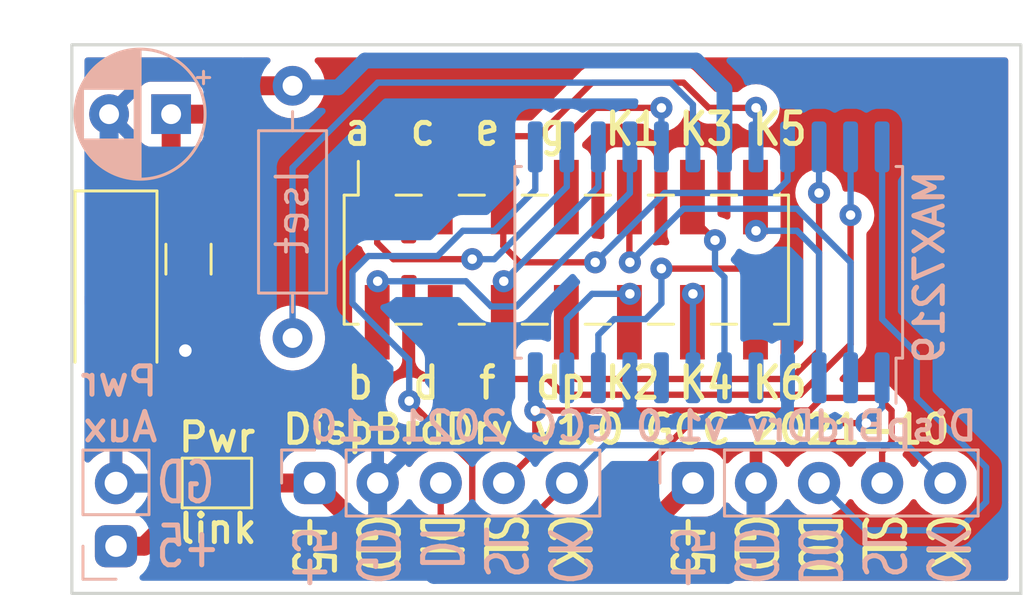
<source format=kicad_pcb>
(kicad_pcb (version 20211014) (generator pcbnew)
  (layers (0 "F.Cu" signal) (31 "B.Cu" signal) (34 "B.Paste" user) (35 "F.Paste" user) (36 "B.SilkS" user "B.Silkscreen") (37 "F.SilkS" user "F.Silkscreen") (38 "B.Mask" user) (39 "F.Mask" user) (44 "Edge.Cuts" user))
  (net 0 "")
  (net 1 "GND")
  (net 2 "/Vin")
  (net 3 "/Din")
  (net 4 "/Clk")
  (net 5 "/K0")
  (net 6 "/A_SegA")
  (net 7 "/K4")
  (net 8 "/A_SegF")
  (net 9 "/A_SegB")
  (net 10 "/K6")
  (net 11 "/A_SegG")
  (net 12 "/K2")
  (net 13 "Net-(IC1-Pad18)")
  (net 14 "/K3")
  (net 15 "/K7")
  (net 16 "/A_SegC")
  (net 17 "/A_SegE")
  (net 18 "/K5")
  (net 19 "/A_SegDP")
  (net 20 "/K1")
  (net 21 "/A_SegD")
  (net 22 "/Sel")
  (net 23 "/DOut")
  (net 24 "/Vcc")
  (footprint "Capacitor_SMD:C_1206_3216Metric_Pad1.42x1.75mm_HandSolder" (layer "F.Cu") (at 96.901 110.236 -90)
    (fp_text reference "C3" hide)
    (fp_text value "0.1 uF" hide)
    (fp_line (start -0.602064 0.91) (end 0.602064 0.91) (layer "F.SilkS") (width 0.12))
    (fp_line (start -0.602064 -0.91) (end 0.602064 -0.91) (layer "F.SilkS") (width 0.12))
    (pad "1" smd roundrect locked (at -1.4875 0 270) (size 1.425 1.75) (layers "F.Cu" "F.Paste" "F.Mask") (roundrect_rratio 0.1754392982) (net 24 "/Vcc"))
    (pad "2" smd roundrect locked (at 1.4875 0 270) (size 1.425 1.75) (layers "F.Cu" "F.Paste" "F.Mask") (roundrect_rratio 0.1754392982) (net 1 "GND"))
  )
  (footprint "Diode_SMD:D_SMA_Handsoldering" (layer "F.Cu") (at 93.98 111.887 -90)
    (fp_text reference "D1" hide)
    (fp_text value "1N5818")
    (fp_line (start -4.4 -1.65) (end -4.4 1.65) (layer "F.SilkS") (width 0.12))
    (fp_line (start -4.4 1.65) (end 2.5 1.65) (layer "F.SilkS") (width 0.12))
    (fp_line (start -4.4 -1.65) (end 2.5 -1.65) (layer "F.SilkS") (width 0.12))
    (pad "1" smd rect locked (at -2.5 0 270) (size 3.5 1.8) (layers "F.Cu" "F.Paste" "F.Mask") (net 24 "/Vcc"))
    (pad "2" smd rect locked (at 2.5 0 270) (size 3.5 1.8) (layers "F.Cu" "F.Paste" "F.Mask") (net 2 "/Vin"))
  )
  (footprint "Jumper:SolderJumper-2_P1.3mm_Bridged_Pad1.0x1.5mm" (layer "F.Cu") (at 98.044 119.253 180)
    (fp_text reference "JP2")
    (fp_text value "5V line")
    (fp_poly (pts (xy -0.25 -0.3) (xy 0.25 -0.3) (xy 0.25 0.3) (xy -0.25 0.3)) (layer "F.Cu") (width 0) (fill solid))
    (fp_line (start -1.4 1) (end -1.4 -1) (layer "F.SilkS") (width 0.12))
    (fp_line (start 1.4 -1) (end 1.4 1) (layer "F.SilkS") (width 0.12))
    (fp_line (start -1.4 -1) (end 1.4 -1) (layer "F.SilkS") (width 0.12))
    (fp_line (start 1.4 1) (end -1.4 1) (layer "F.SilkS") (width 0.12))
    (pad "1" smd rect locked (at -0.65 0 180) (size 1 1.5) (layers "F.Cu" "F.Mask") (net 2 "/Vin"))
    (pad "2" smd rect locked (at 0.65 0 180) (size 1 1.5) (layers "F.Cu" "F.Mask") (net 2 "/Vin"))
  )
  (footprint "Connector_PinSocket_2.54mm:PinSocket_2x07_P2.54mm_Vertical_SMD" (layer "F.Cu") (at 112.121 110.256 90)
    (fp_text reference "P4")
    (fp_text value "D0-D5")
    (fp_line (start 2.6 -1.78) (end 2.6 -0.76) (layer "F.SilkS") (width 0.12))
    (fp_line (start -2.6 5.84) (end -2.6 6.86) (layer "F.SilkS") (width 0.12))
    (fp_line (start 2.6 0.76) (end 2.6 1.78) (layer "F.SilkS") (width 0.12))
    (fp_line (start 2.6 3.3) (end 2.6 4.32) (layer "F.SilkS") (width 0.12))
    (fp_line (start 2.6 5.84) (end 2.6 6.86) (layer "F.SilkS") (width 0.12))
    (fp_line (start -2.6 0.76) (end -2.6 1.78) (layer "F.SilkS") (width 0.12))
    (fp_line (start 2.6 -8.38) (end 3.96 -8.38) (layer "F.SilkS") (width 0.12))
    (fp_line (start -2.6 8.38) (end -2.6 8.95) (layer "F.SilkS") (width 0.12))
    (fp_line (start -2.6 3.3) (end -2.6 4.32) (layer "F.SilkS") (width 0.12))
    (fp_line (start 2.6 -6.86) (end 2.6 -5.84) (layer "F.SilkS") (width 0.12))
    (fp_line (start -2.6 -8.95) (end -2.6 -8.38) (layer "F.SilkS") (width 0.12))
    (fp_line (start -2.6 -8.95) (end 2.6 -8.95) (layer "F.SilkS") (width 0.12))
    (fp_line (start -2.6 -4.32) (end -2.6 -3.3) (layer "F.SilkS") (width 0.12))
    (fp_line (start -2.6 8.95) (end 2.6 8.95) (layer "F.SilkS") (width 0.12))
    (fp_line (start 2.6 8.38) (end 2.6 8.95) (layer "F.SilkS") (width 0.12))
    (fp_line (start 2.6 -8.95) (end 2.6 -8.38) (layer "F.SilkS") (width 0.12))
    (fp_line (start 2.6 -4.32) (end 2.6 -3.3) (layer "F.SilkS") (width 0.12))
    (fp_line (start -2.6 -1.78) (end -2.6 -0.76) (layer "F.SilkS") (width 0.12))
    (fp_line (start -2.6 -6.86) (end -2.6 -5.84) (layer "F.SilkS") (width 0.12))
    (pad "1" smd rect locked (at 2.52 -7.62 90) (size 3 1) (layers "F.Cu" "F.Paste" "F.Mask") (net 6 "/A_SegA"))
    (pad "2" smd rect locked (at -2.52 -7.62 90) (size 3 1) (layers "F.Cu" "F.Paste" "F.Mask") (net 9 "/A_SegB"))
    (pad "3" smd rect locked (at 2.52 -5.08 90) (size 3 1) (layers "F.Cu" "F.Paste" "F.Mask") (net 16 "/A_SegC"))
    (pad "4" smd rect locked (at -2.52 -5.08 90) (size 3 1) (layers "F.Cu" "F.Paste" "F.Mask") (net 21 "/A_SegD"))
    (pad "5" smd rect locked (at 2.52 -2.54 90) (size 3 1) (layers "F.Cu" "F.Paste" "F.Mask") (net 17 "/A_SegE"))
    (pad "6" smd rect locked (at -2.52 -2.54 90) (size 3 1) (layers "F.Cu" "F.Paste" "F.Mask") (net 8 "/A_SegF"))
    (pad "7" smd rect locked (at 2.52 0 90) (size 3 1) (layers "F.Cu" "F.Paste" "F.Mask") (net 11 "/A_SegG"))
    (pad "8" smd rect locked (at -2.52 0 90) (size 3 1) (layers "F.Cu" "F.Paste" "F.Mask") (net 19 "/A_SegDP"))
    (pad "9" smd rect locked (at 2.52 2.54 90) (size 3 1) (layers "F.Cu" "F.Paste" "F.Mask") (net 5 "/K0"))
    (pad "10" smd rect locked (at -2.52 2.54 90) (size 3 1) (layers "F.Cu" "F.Paste" "F.Mask") (net 20 "/K1"))
    (pad "11" smd rect locked (at 2.52 5.08 90) (size 3 1) (layers "F.Cu" "F.Paste" "F.Mask") (net 12 "/K2"))
    (pad "12" smd rect locked (at -2.52 5.08 90) (size 3 1) (layers "F.Cu" "F.Paste" "F.Mask") (net 14 "/K3"))
    (pad "13" smd rect locked (at 2.52 7.62 90) (size 3 1) (layers "F.Cu" "F.Paste" "F.Mask") (net 7 "/K4"))
    (pad "14" smd rect locked (at -2.52 7.62 90) (size 3 1) (layers "F.Cu" "F.Paste" "F.Mask") (net 18 "/K5"))
  )
  (footprint "Capacitor_THT:CP_Radial_D5.0mm_P2.50mm" (layer "B.Cu") (at 96.201103 104.394 180)
    (fp_text reference "C2")
    (fp_text value "10uF")
    (fp_line (start -1.304775 1.725) (end -1.304775 1.225) (layer "B.SilkS") (width 0.12))
    (fp_line (start 3.251 1.653) (end 3.251 1.04) (layer "B.SilkS") (width 0.12))
    (fp_line (start 2.851 -1.04) (end 2.851 -2.035) (layer "B.SilkS") (width 0.12))
    (fp_line (start 1.77 -1.04) (end 1.77 -2.528) (layer "B.SilkS") (width 0.12))
    (fp_line (start 1.45 2.573) (end 1.45 -2.573) (layer "B.SilkS") (width 0.12))
    (fp_line (start 3.451 1.383) (end 3.451 1.04) (layer "B.SilkS") (width 0.12))
    (fp_line (start 1.85 2.511) (end 1.85 1.04) (layer "B.SilkS") (width 0.12))
    (fp_line (start 2.411 -1.04) (end 2.411 -2.31) (layer "B.SilkS") (width 0.12))
    (fp_line (start 2.811 2.065) (end 2.811 1.04) (layer "B.SilkS") (width 0.12))
    (fp_line (start 2.411 2.31) (end 2.411 1.04) (layer "B.SilkS") (width 0.12))
    (fp_line (start 3.091 1.826) (end 3.091 1.04) (layer "B.SilkS") (width 0.12))
    (fp_line (start 1.29 2.58) (end 1.29 -2.58) (layer "B.SilkS") (width 0.12))
    (fp_line (start 2.891 -1.04) (end 2.891 -2.004) (layer "B.SilkS") (width 0.12))
    (fp_line (start 1.73 -1.04) (end 1.73 -2.536) (layer "B.SilkS") (width 0.12))
    (fp_line (start 1.53 -1.04) (end 1.53 -2.565) (layer "B.SilkS") (width 0.12))
    (fp_line (start 1.57 2.561) (end 1.57 1.04) (layer "B.SilkS") (width 0.12))
    (fp_line (start 3.731 0.805) (end 3.731 -0.805) (layer "B.SilkS") (width 0.12))
    (fp_line (start 2.651 -1.04) (end 2.651 -2.175) (layer "B.SilkS") (width 0.12))
    (fp_line (start 2.171 -1.04) (end 2.171 -2.414) (layer "B.SilkS") (width 0.12))
    (fp_line (start 2.491 2.268) (end 2.491 1.04) (layer "B.SilkS") (width 0.12))
    (fp_line (start 3.531 -1.04) (end 3.531 -1.251) (layer "B.SilkS") (width 0.12))
    (fp_line (start 2.771 -1.04) (end 2.771 -2.095) (layer "B.SilkS") (width 0.12))
    (fp_line (start 3.651 1.011) (end 3.651 -1.011) (layer "B.SilkS") (width 0.12))
    (fp_line (start 1.37 2.578) (end 1.37 -2.578) (layer "B.SilkS") (width 0.12))
    (fp_line (start 3.411 -1.04) (end 3.411 -1.443) (layer "B.SilkS") (width 0.12))
    (fp_line (start 1.25 2.58) (end 1.25 -2.58) (layer "B.SilkS") (width 0.12))
    (fp_line (start 3.051 1.864) (end 3.051 1.04) (layer "B.SilkS") (width 0.12))
    (fp_line (start 1.971 -1.04) (end 1.971 -2.48) (layer "B.SilkS") (width 0.12))
    (fp_line (start 3.691 0.915) (end 3.691 -0.915) (layer "B.SilkS") (width 0.12))
    (fp_line (start 3.291 -1.04) (end 3.291 -1.605) (layer "B.SilkS") (width 0.12))
    (fp_line (start 2.051 2.455) (end 2.051 1.04) (layer "B.SilkS") (width 0.12))
    (fp_line (start 3.611 1.098) (end 3.611 -1.098) (layer "B.SilkS") (width 0.12))
    (fp_line (start 1.93 2.491) (end 1.93 1.04) (layer "B.SilkS") (width 0.12))
    (fp_line (start 1.65 2.55) (end 1.65 1.04) (layer "B.SilkS") (width 0.12))
    (fp_line (start 2.691 2.149) (end 2.691 1.04) (layer "B.SilkS") (width 0.12))
    (fp_line (start 3.011 1.901) (end 3.011 1.04) (layer "B.SilkS") (width 0.12))
    (fp_line (start 2.611 2.2) (end 2.611 1.04) (layer "B.SilkS") (width 0.12))
    (fp_line (start 1.41 2.576) (end 1.41 -2.576) (layer "B.SilkS") (width 0.12))
    (fp_line (start 3.811 0.518) (end 3.811 -0.518) (layer "B.SilkS") (width 0.12))
    (fp_line (start 1.89 2.501) (end 1.89 1.04) (layer "B.SilkS") (width 0.12))
    (fp_line (start 2.971 1.937) (end 2.971 1.04) (layer "B.SilkS") (width 0.12))
    (fp_line (start 3.331 1.554) (end 3.331 1.04) (layer "B.SilkS") (width 0.12))
    (fp_line (start 2.691 -1.04) (end 2.691 -2.149) (layer "B.SilkS") (width 0.12))
    (fp_line (start 2.891 2.004) (end 2.891 1.04) (layer "B.SilkS") (width 0.12))
    (fp_line (start 2.811 -1.04) (end 2.811 -2.065) (layer "B.SilkS") (width 0.12))
    (fp_line (start 2.451 -1.04) (end 2.451 -2.29) (layer "B.SilkS") (width 0.12))
    (fp_line (start 1.53 2.565) (end 1.53 1.04) (layer "B.SilkS") (width 0.12))
    (fp_line (start 2.011 -1.04) (end 2.011 -2.468) (layer "B.SilkS") (width 0.12))
    (fp_line (start 1.77 2.528) (end 1.77 1.04) (layer "B.SilkS") (width 0.12))
    (fp_line (start 2.531 -1.04) (end 2.531 -2.247) (layer "B.SilkS") (width 0.12))
    (fp_line (start 3.331 -1.04) (end 3.331 -1.554) (layer "B.SilkS") (width 0.12))
    (fp_line (start 3.251 -1.04) (end 3.251 -1.653) (layer "B.SilkS") (width 0.12))
    (fp_line (start 1.69 -1.04) (end 1.69 -2.543) (layer "B.SilkS") (width 0.12))
    (fp_line (start 1.93 -1.04) (end 1.93 -2.491) (layer "B.SilkS") (width 0.12))
    (fp_line (start 2.211 2.398) (end 2.211 1.04) (layer "B.SilkS") (width 0.12))
    (fp_line (start 2.611 -1.04) (end 2.611 -2.2) (layer "B.SilkS") (width 0.12))
    (fp_line (start 2.971 -1.04) (end 2.971 -1.937) (layer "B.SilkS") (width 0.12))
    (fp_line (start 2.571 2.224) (end 2.571 1.04) (layer "B.SilkS") (width 0.12))
    (fp_line (start 2.851 2.035) (end 2.851 1.04) (layer "B.SilkS") (width 0.12))
    (fp_line (start 1.81 2.52) (end 1.81 1.04) (layer "B.SilkS") (width 0.12))
    (fp_line (start 1.89 -1.04) (end 1.89 -2.501) (layer "B.SilkS") (width 0.12))
    (fp_line (start 2.131 -1.04) (end 2.131 -2.428) (layer "B.SilkS") (width 0.12))
    (fp_line (start -1.554775 1.475) (end -1.054775 1.475) (layer "B.SilkS") (width 0.12))
    (fp_line (start 2.451 2.29) (end 2.451 1.04) (layer "B.SilkS") (width 0.12))
    (fp_line (start 2.131 2.428) (end 2.131 1.04) (layer "B.SilkS") (width 0.12))
    (fp_line (start 2.011 2.468) (end 2.011 1.04) (layer "B.SilkS") (width 0.12))
    (fp_line (start 3.011 -1.04) (end 3.011 -1.901) (layer "B.SilkS") (width 0.12))
    (fp_line (start 2.331 2.348) (end 2.331 1.04) (layer "B.SilkS") (width 0.12))
    (fp_line (start 1.971 2.48) (end 1.971 1.04) (layer "B.SilkS") (width 0.12))
    (fp_line (start 3.131 1.785) (end 3.131 1.04) (layer "B.SilkS") (width 0.12))
    (fp_line (start 3.211 1.699) (end 3.211 1.04) (layer "B.SilkS") (width 0.12))
    (fp_line (start 1.33 2.579) (end 1.33 -2.579) (layer "B.SilkS") (width 0.12))
    (fp_line (start 3.211 -1.04) (end 3.211 -1.699) (layer "B.SilkS") (width 0.12))
    (fp_line (start 3.051 -1.04) (end 3.051 -1.864) (layer "B.SilkS") (width 0.12))
    (fp_line (start 3.091 -1.04) (end 3.091 -1.826) (layer "B.SilkS") (width 0.12))
    (fp_line (start 2.171 2.414) (end 2.171 1.04) (layer "B.SilkS") (width 0.12))
    (fp_line (start 2.931 1.971) (end 2.931 1.04) (layer "B.SilkS") (width 0.12))
    (fp_line (start 2.571 -1.04) (end 2.571 -2.224) (layer "B.SilkS") (width 0.12))
    (fp_line (start 3.171 1.743) (end 3.171 1.04) (layer "B.SilkS") (width 0.12))
    (fp_line (start 3.491 1.319) (end 3.491 1.04) (layer "B.SilkS") (width 0.12))
    (fp_line (start 2.491 -1.04) (end 2.491 -2.268) (layer "B.SilkS") (width 0.12))
    (fp_line (start 3.491 -1.04) (end 3.491 -1.319) (layer "B.SilkS") (width 0.12))
    (fp_line (start 3.371 1.5) (end 3.371 1.04) (layer "B.SilkS") (width 0.12))
    (fp_line (start 1.61 -1.04) (end 1.61 -2.556) (layer "B.SilkS") (width 0.12))
    (fp_line (start 3.771 0.677) (end 3.771 -0.677) (layer "B.SilkS") (width 0.12))
    (fp_line (start 3.531 1.251) (end 3.531 1.04) (layer "B.SilkS") (width 0.12))
    (fp_line (start 3.851 0.284) (end 3.851 -0.284) (layer "B.SilkS") (width 0.12))
    (fp_line (start 3.411 1.443) (end 3.411 1.04) (layer "B.SilkS") (width 0.12))
    (fp_line (start 2.251 2.382) (end 2.251 1.04) (layer "B.SilkS") (width 0.12))
    (fp_line (start 2.531 2.247) (end 2.531 1.04) (layer "B.SilkS") (width 0.12))
    (fp_line (start 2.331 -1.04) (end 2.331 -2.348) (layer "B.SilkS") (width 0.12))
    (fp_line (start 2.931 -1.04) (end 2.931 -1.971) (layer "B.SilkS") (width 0.12))
    (fp_line (start 1.85 -1.04) (end 1.85 -2.511) (layer "B.SilkS") (width 0.12))
    (fp_line (start 2.651 2.175) (end 2.651 1.04) (layer "B.SilkS") (width 0.12))
    (fp_line (start 2.771 2.095) (end 2.771 1.04) (layer "B.SilkS") (width 0.12))
    (fp_line (start 1.81 -1.04) (end 1.81 -2.52) (layer "B.SilkS") (width 0.12))
    (fp_line (start 2.371 -1.04) (end 2.371 -2.329) (layer "B.SilkS") (width 0.12))
    (fp_line (start 2.291 2.365) (end 2.291 1.04) (layer "B.SilkS") (width 0.12))
    (fp_line (start 1.57 -1.04) (end 1.57 -2.561) (layer "B.SilkS") (width 0.12))
    (fp_line (start 2.251 -1.04) (end 2.251 -2.382) (layer "B.SilkS") (width 0.12))
    (fp_line (start 1.73 2.536) (end 1.73 1.04) (layer "B.SilkS") (width 0.12))
    (fp_line (start 2.211 -1.04) (end 2.211 -2.398) (layer "B.SilkS") (width 0.12))
    (fp_line (start 1.49 -1.04) (end 1.49 -2.569) (layer "B.SilkS") (width 0.12))
    (fp_line (start 2.371 2.329) (end 2.371 1.04) (layer "B.SilkS") (width 0.12))
    (fp_line (start 2.091 -1.04) (end 2.091 -2.442) (layer "B.SilkS") (width 0.12))
    (fp_line (start 1.49 2.569) (end 1.49 1.04) (layer "B.SilkS") (width 0.12))
    (fp_line (start 1.61 2.556) (end 1.61 1.04) (layer "B.SilkS") (width 0.12))
    (fp_line (start 1.69 2.543) (end 1.69 1.04) (layer "B.SilkS") (width 0.12))
    (fp_line (start 2.291 -1.04) (end 2.291 -2.365) (layer "B.SilkS") (width 0.12))
    (fp_line (start 2.731 2.122) (end 2.731 1.04) (layer "B.SilkS") (width 0.12))
    (fp_line (start 3.291 1.605) (end 3.291 1.04) (layer "B.SilkS") (width 0.12))
    (fp_line (start 3.451 -1.04) (end 3.451 -1.383) (layer "B.SilkS") (width 0.12))
    (fp_line (start 1.65 -1.04) (end 1.65 -2.55) (layer "B.SilkS") (width 0.12))
    (fp_line (start 3.571 1.178) (end 3.571 -1.178) (layer "B.SilkS") (width 0.12))
    (fp_line (start 2.051 -1.04) (end 2.051 -2.455) (layer "B.SilkS") (width 0.12))
    (fp_line (start 3.171 -1.04) (end 3.171 -1.743) (layer "B.SilkS") (width 0.12))
    (fp_line (start 3.371 -1.04) (end 3.371 -1.5) (layer "B.SilkS") (width 0.12))
    (fp_line (start 3.131 -1.04) (end 3.131 -1.785) (layer "B.SilkS") (width 0.12))
    (fp_line (start 2.091 2.442) (end 2.091 1.04) (layer "B.SilkS") (width 0.12))
    (fp_line (start 2.731 -1.04) (end 2.731 -2.122) (layer "B.SilkS") (width 0.12))
    (fp_circle (center 1.25 0) (end 3.87 0) (layer "B.SilkS") (width 0.12) (fill none))
    (pad "1" thru_hole rect locked (at 0 0 180) (size 1.6 1.6) (drill 0.8) (layers *.Cu *.Mask) (net 24 "/Vcc"))
    (pad "2" thru_hole circle locked (at 2.5 0 180) (size 1.6 1.6) (drill 0.8) (layers *.Cu *.Mask) (net 1 "GND"))
  )
  (footprint "Connector_PinHeader_2.54mm:PinHeader_1x05_P2.54mm_Vertical" (layer "B.Cu") (at 101.981 119.253 -90)
    (fp_text reference "P2" hide)
    (fp_text value "DataIn")
    (fp_line (start -1.33 -1.27) (end -1.33 -11.49) (layer "B.SilkS") (width 0.12))
    (fp_line (start -1.33 -1.27) (end 1.33 -1.27) (layer "B.SilkS") (width 0.12))
    (fp_line (start -1.33 -11.49) (end 1.33 -11.49) (layer "B.SilkS") (width 0.12))
    (fp_line (start -1.33 0) (end -1.33 1.33) (layer "B.SilkS") (width 0.12))
    (fp_line (start 1.33 -1.27) (end 1.33 -11.49) (layer "B.SilkS") (width 0.12))
    (fp_line (start -1.33 1.33) (end 0 1.33) (layer "B.SilkS") (width 0.12))
    (pad "1" thru_hole roundrect locked (at 0 0 270) (size 1.7 1.7) (drill 0.8636) (layers *.Cu *.Mask) (net 2 "/Vin"))
    (pad "2" thru_hole oval locked (at 0 -2.54 270) (size 1.7 1.7) (drill 0.8636) (layers *.Cu *.Mask) (net 1 "GND"))
    (pad "3" thru_hole oval locked (at 0 -5.08 270) (size 1.7 1.7) (drill 0.8636) (layers *.Cu *.Mask) (net 3 "/Din"))
    (pad "4" thru_hole oval locked (at 0 -7.62 270) (size 1.7 1.7) (drill 0.8636) (layers *.Cu *.Mask) (net 22 "/Sel"))
    (pad "5" thru_hole oval locked (at 0 -10.16 270) (size 1.7 1.7) (drill 0.8636) (layers *.Cu *.Mask) (net 4 "/Clk"))
  )
  (footprint "Connector_PinHeader_2.54mm:PinHeader_1x05_P2.54mm_Vertical" (layer "B.Cu") (at 117.221 119.253 -90)
    (fp_text reference "P3" hide)
    (fp_text value "DataOut")
    (fp_line (start 1.33 -1.27) (end 1.33 -11.49) (layer "B.SilkS") (width 0.12))
    (fp_line (start -1.33 -1.27) (end -1.33 -11.49) (layer "B.SilkS") (width 0.12))
    (fp_line (start -1.33 1.33) (end 0 1.33) (layer "B.SilkS") (width 0.12))
    (fp_line (start -1.33 -1.27) (end 1.33 -1.27) (layer "B.SilkS") (width 0.12))
    (fp_line (start -1.33 -11.49) (end 1.33 -11.49) (layer "B.SilkS") (width 0.12))
    (fp_line (start -1.33 0) (end -1.33 1.33) (layer "B.SilkS") (width 0.12))
    (pad "1" thru_hole roundrect locked (at 0 0 270) (size 1.7 1.7) (drill 0.8636) (layers *.Cu *.Mask) (net 2 "/Vin"))
    (pad "2" thru_hole oval locked (at 0 -2.54 270) (size 1.7 1.7) (drill 0.8636) (layers *.Cu *.Mask) (net 1 "GND"))
    (pad "3" thru_hole oval locked (at 0 -5.08 270) (size 1.7 1.7) (drill 0.8636) (layers *.Cu *.Mask) (net 23 "/DOut"))
    (pad "4" thru_hole oval locked (at 0 -7.62 270) (size 1.7 1.7) (drill 0.8636) (layers *.Cu *.Mask) (net 22 "/Sel"))
    (pad "5" thru_hole oval locked (at 0 -10.16 270) (size 1.7 1.7) (drill 0.8636) (layers *.Cu *.Mask) (net 4 "/Clk"))
  )
  (footprint "Resistor_THT:R_Axial_DIN0207_L6.3mm_D2.5mm_P10.16mm_Horizontal" (layer "B.Cu") (at 101.092 103.251001 -90)
    (fp_text reference "R2" hide)
    (fp_text value "Iset" (at 5.08 0 90) (layer "B.SilkS") (effects (font (size 1.27 1.27)) (justify mirror)))
    (fp_line (start 9.12 0) (end 8.35 0) (layer "B.SilkS") (width 0.12))
    (fp_line (start 1.04 0) (end 1.81 0) (layer "B.SilkS") (width 0.12))
    (fp_line (start 1.81 -1.37) (end 8.35 -1.37) (layer "B.SilkS") (width 0.12))
    (fp_line (start 8.35 -1.37) (end 8.35 1.37) (layer "B.SilkS") (width 0.12))
    (fp_line (start 8.35 1.37) (end 1.81 1.37) (layer "B.SilkS") (width 0.12))
    (fp_line (start 1.81 1.37) (end 1.81 -1.37) (layer "B.SilkS") (width 0.12))
    (pad "1" thru_hole circle locked (at 0 0 270) (size 1.6 1.6) (drill 0.8) (layers *.Cu *.Mask) (net 24 "/Vcc"))
    (pad "2" thru_hole oval locked (at 10.16 0 270) (size 1.6 1.6) (drill 0.8) (layers *.Cu *.Mask) (net 13 "Net-(IC1-Pad18)"))
  )
  (footprint "Package_SO:SOIC-24W_7.5x15.4mm_P1.27mm" (layer "B.Cu") (at 117.856 110.363 90)
    (fp_text reference "IC1")
    (fp_text value "MAX7219CWG")
    (fp_line (start 3.86 7.81) (end 3.86 7.545) (layer "B.SilkS") (width 0.12))
    (fp_line (start -3.86 7.81) (end -3.86 7.545) (layer "B.SilkS") (width 0.12))
    (fp_line (start -3.86 -7.81) (end -3.86 -7.545) (layer "B.SilkS") (width 0.12))
    (fp_line (start 0 7.81) (end 3.86 7.81) (layer "B.SilkS") (width 0.12))
    (fp_line (start -3.86 7.545) (end -5.675 7.545) (layer "B.SilkS") (width 0.12))
    (fp_line (start 0 -7.81) (end 3.86 -7.81) (layer "B.SilkS") (width 0.12))
    (fp_line (start 0 7.81) (end -3.86 7.81) (layer "B.SilkS") (width 0.12))
    (fp_line (start 0 -7.81) (end -3.86 -7.81) (layer "B.SilkS") (width 0.12))
    (fp_line (start 3.86 -7.81) (end 3.86 -7.545) (layer "B.SilkS") (width 0.12))
    (pad "1" smd roundrect locked (at -4.65 6.985 90) (size 2.05 0.6) (layers "B.Cu" "B.Paste" "B.Mask") (net 3 "/Din"))
    (pad "2" smd roundrect locked (at -4.65 5.715 90) (size 2.05 0.6) (layers "B.Cu" "B.Paste" "B.Mask") (net 5 "/K0"))
    (pad "3" smd roundrect locked (at -4.65 4.445 90) (size 2.05 0.6) (layers "B.Cu" "B.Paste" "B.Mask") (net 7 "/K4"))
    (pad "4" smd roundrect locked (at -4.65 3.175 90) (size 2.05 0.6) (layers "B.Cu" "B.Paste" "B.Mask") (net 1 "GND"))
    (pad "5" smd roundrect locked (at -4.65 1.905 90) (size 2.05 0.6) (layers "B.Cu" "B.Paste" "B.Mask") (net 10 "/K6"))
    (pad "6" smd roundrect locked (at -4.65 0.635 90) (size 2.05 0.6) (layers "B.Cu" "B.Paste" "B.Mask") (net 12 "/K2"))
    (pad "7" smd roundrect locked (at -4.65 -0.635 90) (size 2.05 0.6) (layers "B.Cu" "B.Paste" "B.Mask") (net 14 "/K3"))
    (pad "8" smd roundrect locked (at -4.65 -1.905 90) (size 2.05 0.6) (layers "B.Cu" "B.Paste" "B.Mask") (net 15 "/K7"))
    (pad "9" smd roundrect locked (at -4.65 -3.175 90) (size 2.05 0.6) (layers "B.Cu" "B.Paste" "B.Mask") (net 1 "GND"))
    (pad "10" smd roundrect locked (at -4.65 -4.445 90) (size 2.05 0.6) (layers "B.Cu" "B.Paste" "B.Mask") (net 18 "/K5"))
    (pad "11" smd roundrect locked (at -4.65 -5.715 90) (size 2.05 0.6) (layers "B.Cu" "B.Paste" "B.Mask") (net 20 "/K1"))
    (pad "12" smd roundrect locked (at -4.65 -6.985 90) (size 2.05 0.6) (layers "B.Cu" "B.Paste" "B.Mask") (net 22 "/Sel"))
    (pad "13" smd roundrect locked (at 4.65 -6.985 90) (size 2.05 0.6) (layers "B.Cu" "B.Paste" "B.Mask") (net 4 "/Clk"))
    (pad "14" smd roundrect locked (at 4.65 -5.715 90) (size 2.05 0.6) (layers "B.Cu" "B.Paste" "B.Mask") (net 6 "/A_SegA"))
    (pad "15" smd roundrect locked (at 4.65 -4.445 90) (size 2.05 0.6) (layers "B.Cu" "B.Paste" "B.Mask") (net 8 "/A_SegF"))
    (pad "16" smd roundrect locked (at 4.65 -3.175 90) (size 2.05 0.6) (layers "B.Cu" "B.Paste" "B.Mask") (net 9 "/A_SegB"))
    (pad "17" smd roundrect locked (at 4.65 -1.905 90) (size 2.05 0.6) (layers "B.Cu" "B.Paste" "B.Mask") (net 11 "/A_SegG"))
    (pad "18" smd roundrect locked (at 4.65 -0.635 90) (size 2.05 0.6) (layers "B.Cu" "B.Paste" "B.Mask") (net 13 "Net-(IC1-Pad18)"))
    (pad "19" smd roundrect locked (at 4.65 0.635 90) (size 2.05 0.6) (layers "B.Cu" "B.Paste" "B.Mask") (net 24 "/Vcc"))
    (pad "20" smd roundrect locked (at 4.65 1.905 90) (size 2.05 0.6) (layers "B.Cu" "B.Paste" "B.Mask") (net 16 "/A_SegC"))
    (pad "21" smd roundrect locked (at 4.65 3.175 90) (size 2.05 0.6) (layers "B.Cu" "B.Paste" "B.Mask") (net 17 "/A_SegE"))
    (pad "22" smd roundrect locked (at 4.65 4.445 90) (size 2.05 0.6) (layers "B.Cu" "B.Paste" "B.Mask") (net 19 "/A_SegDP"))
    (pad "23" smd roundrect locked (at 4.65 5.715 90) (size 2.05 0.6) (layers "B.Cu" "B.Paste" "B.Mask") (net 21 "/A_SegD"))
    (pad "24" smd roundrect locked (at 4.65 6.985 90) (size 2.05 0.6) (layers "B.Cu" "B.Paste" "B.Mask") (net 23 "/DOut"))
  )
  (footprint "Connector_PinHeader_2.54mm:PinHeader_1x02_P2.54mm_Vertical" (layer "B.Cu") (at 93.98 121.798)
    (fp_text reference "P1" hide)
    (fp_text value "Conn_01x02")
    (fp_line (start -1.33 -1.27) (end -1.33 -3.87) (layer "B.SilkS") (width 0.12))
    (fp_line (start -1.33 -1.27) (end 1.33 -1.27) (layer "B.SilkS") (width 0.12))
    (fp_line (start 1.33 -1.27) (end 1.33 -3.87) (layer "B.SilkS") (width 0.12))
    (fp_line (start -1.33 -3.87) (end 1.33 -3.87) (layer "B.SilkS") (width 0.12))
    (fp_line (start -1.33 0) (end -1.33 1.33) (layer "B.SilkS") (width 0.12))
    (fp_line (start -1.33 1.33) (end 0 1.33) (layer "B.SilkS") (width 0.12))
    (pad "1" thru_hole roundrect locked (at 0 0) (size 1.7 1.7) (drill 0.8636) (layers *.Cu *.Mask) (net 2 "/Vin"))
    (pad "2" thru_hole oval locked (at 0 -2.54) (size 1.7 1.7) (drill 0.9144) (layers *.Cu *.Mask) (net 1 "GND"))
  )
  (gr_poly (pts (xy 130.429 123.698) (xy 92.202 123.698) (xy 92.202 101.6) (xy 130.429 101.6)) (layer "Edge.Cuts") (width 0.127) (fill none))
  (gr_text "DispBrdDrv v1.0 GCC 2021-10" (at 128.778 116.967) (layer "B.SilkS") (effects (font (size 1.143 1.143) (thickness 0.2032)) (justify left mirror)))
  (gr_text "CK\nSL\nDO\nGD\n+5" (at 122.301 120.904 270) (layer "B.SilkS") (effects (font (size 1.6002 1.143) (thickness 0.2032)) (justify right mirror)))
  (gr_text "GD\n+5" (at 95.504 120.528) (layer "B.SilkS") (effects (font (size 1.6002 1.143) (thickness 0.2032)) (justify right mirror)))
  (gr_text "Pwr\nAux" (at 95.758 116.078) (layer "B.SilkS") (effects (font (size 1.143 1.143) (thickness 0.2032)) (justify left mirror)))
  (gr_text "MAX7219" (at 126.746 106.553 90) (layer "B.SilkS") (effects (font (size 1.143 1.143) (thickness 0.2032)) (justify left mirror)))
  (gr_text "CK\nSL\nDI\nGD\n+5" (at 107.061 120.904 270) (layer "B.SilkS") (effects (font (size 1.6002 1.143) (thickness 0.2032)) (justify right mirror)))
  (gr_text "DispBrdDrv v1.0 GCC 2021-10" (at 100.584 117.094) (layer "F.SilkS") (effects (font (size 1.143 1.143) (thickness 0.2032)) (justify left)))
  (gr_text "a  c  e  g  K1 K3 K5\n\n\n\n\nb  d  f  dp K2 K4 K6" (at 121.92 110.109) (layer "F.SilkS") (effects (font (size 1.27 1.0922) (thickness 0.2032)) (justify right)))
  (gr_text "Pwr\n\nlink" (at 96.393 119.253) (layer "F.SilkS") (effects (font (size 1.143 1.143) (thickness 0.2032)) (justify left)))
  (gr_text "CK\nSL\nDI\nGD\n+5" (at 107.061 120.396 -90) (layer "F.SilkS") (effects (font (size 1.6002 1.143) (thickness 0.2032)) (justify left)))
  (gr_text "CK\nSL\nDO\nGD\n+5" (at 122.301006 120.396 -90) (layer "F.SilkS") (effects (font (size 1.6002 1.143) (thickness 0.2032)) (justify left)))
  (segment (start 96.774 111.8505) (end 96.901 111.7235) (width 0.762) (layer "F.Cu") (net 1))
  (segment (start 96.774 113.919) (end 96.774 111.8505) (width 0.762) (layer "F.Cu") (net 1))
  (via (at 96.774 113.919) (size 1.27) (drill 0.508) (layers "F.Cu" "B.Cu") (net 1))
  (segment (start 104.013 121.158) (end 104.521 120.65) (width 0.762) (layer "B.Cu") (net 1))
  (segment (start 106.299 117.475) (end 104.521 119.253) (width 0.508) (layer "B.Cu") (net 1))
  (segment (start 119.761 121.793) (end 119.761 119.253) (width 0.762) (layer "B.Cu") (net 1))
  (segment (start 99.822 121.158) (end 104.013 121.158) (width 0.762) (layer "B.Cu") (net 1))
  (segment (start 93.701112 112.116112) (end 95.504 113.919) (width 0.762) (layer "B.Cu") (net 1))
  (segment (start 112.776 116.84) (end 112.141 117.475) (width 0.508) (layer "B.Cu") (net 1))
  (segment (start 104.521 120.65) (end 104.521 119.253) (width 0.762) (layer "B.Cu") (net 1))
  (segment (start 121.031 116.332) (end 121.031 115.013) (width 0.508) (layer "B.Cu") (net 1))
  (segment (start 97.917 119.253) (end 99.822 121.158) (width 0.762) (layer "B.Cu") (net 1))
  (segment (start 96.774 118.11) (end 96.774 115.189) (width 0.762) (layer "B.Cu") (net 1))
  (segment (start 118.618 122.936) (end 119.761 121.793) (width 0.762) (layer "B.Cu") (net 1))
  (segment (start 96.774 118.11) (end 97.917 119.253) (width 0.762) (layer "B.Cu") (net 1))
  (segment (start 114.681 116.332) (end 114.173 116.84) (width 0.508) (layer "B.Cu") (net 1))
  (segment (start 96.134 119.258) (end 97.912 119.258) (width 0.762) (layer "B.Cu") (net 1))
  (segment (start 93.701112 104.394) (end 93.701112 112.116112) (width 0.762) (layer "B.Cu") (net 1))
  (segment (start 105.029 121.158) (end 106.807 122.936) (width 0.762) (layer "B.Cu") (net 1))
  (segment (start 114.173 116.84) (end 115.189 116.84) (width 0.508) (layer "B.Cu") (net 1))
  (segment (start 120.523 116.84) (end 121.031 116.332) (width 0.508) (layer "B.Cu") (net 1))
  (segment (start 106.807 122.936) (end 118.618 122.936) (width 0.762) (layer "B.Cu") (net 1))
  (segment (start 93.98 119.258) (end 96.134 119.258) (width 0.762) (layer "B.Cu") (net 1))
  (segment (start 112.141 117.475) (end 106.299 117.475) (width 0.508) (layer "B.Cu") (net 1))
  (segment (start 114.681 116.332) (end 115.189 116.84) (width 0.508) (layer "B.Cu") (net 1))
  (segment (start 115.189 116.84) (end 120.523 116.84) (width 0.508) (layer "B.Cu") (net 1))
  (segment (start 96.774 118.618) (end 96.774 118.11) (width 0.762) (layer "B.Cu") (net 1))
  (segment (start 95.504 113.919) (end 96.774 115.189) (width 0.762) (layer "B.Cu") (net 1))
  (segment (start 97.912 119.258) (end 97.917 119.253) (width 0.762) (layer "B.Cu") (net 1))
  (segment (start 114.681 115.013) (end 114.681 116.332) (width 0.508) (layer "B.Cu") (net 1))
  (segment (start 114.173 116.84) (end 112.776 116.84) (width 0.508) (layer "B.Cu") (net 1))
  (segment (start 96.774 115.189) (end 96.774 113.919) (width 0.762) (layer "B.Cu") (net 1))
  (segment (start 104.521 120.65) (end 105.029 121.158) (width 0.762) (layer "B.Cu") (net 1))
  (segment (start 104.013 121.158) (end 105.029 121.158) (width 0.762) (layer "B.Cu") (net 1))
  (segment (start 96.134 119.258) (end 96.774 118.618) (width 0.762) (layer "B.Cu") (net 1))
  (segment (start 95.504 113.919) (end 96.774 113.919) (width 0.762) (layer "B.Cu") (net 1))
  (segment (start 97.394 119.253) (end 98.694 119.253) (width 0.254) (layer "F.Cu") (net 2))
  (segment (start 105.41 121.158) (end 107.061 122.809) (width 0.762) (layer "F.Cu") (net 2))
  (segment (start 93.98 115.062) (end 96.012 117.094) (width 0.762) (layer "F.Cu") (net 2))
  (segment (start 93.98 114.387) (end 93.98 115.062) (width 0.762) (layer "F.Cu") (net 2))
  (segment (start 103.886 121.158) (end 105.41 121.158) (width 0.762) (layer "F.Cu") (net 2))
  (segment (start 98.694 119.253) (end 101.981 119.253) (width 0.762) (layer "F.Cu") (net 2))
  (segment (start 95.118 121.798) (end 93.98 121.798) (width 0.762) (layer "F.Cu") (net 2))
  (segment (start 107.061 122.809) (end 113.665 122.809) (width 0.762) (layer "F.Cu") (net 2))
  (segment (start 96.012 117.094) (end 96.012 119.253) (width 0.762) (layer "F.Cu") (net 2))
  (segment (start 101.981 119.253) (end 103.886 121.158) (width 0.762) (layer "F.Cu") (net 2))
  (segment (start 113.665 122.809) (end 117.221 119.253) (width 0.762) (layer "F.Cu") (net 2))
  (segment (start 96.012 119.253) (end 96.012 120.904) (width 0.762) (layer "F.Cu") (net 2))
  (segment (start 96.012 120.904) (end 95.118 121.798) (width 0.762) (layer "F.Cu") (net 2))
  (segment (start 96.012 119.253) (end 97.394 119.253) (width 0.762) (layer "F.Cu") (net 2))
  (segment (start 108.204 121.666) (end 112.268 121.666) (width 0.254) (layer "F.Cu") (net 3))
  (segment (start 122.428 116.84) (end 124.206 116.84) (width 0.254) (layer "F.Cu") (net 3))
  (segment (start 122.301 116.967) (end 122.428 116.84) (width 0.254) (layer "F.Cu") (net 3))
  (segment (start 116.967 116.967) (end 122.301 116.967) (width 0.254) (layer "F.Cu") (net 3))
  (segment (start 107.061 120.523) (end 108.204 121.666) (width 0.254) (layer "F.Cu") (net 3))
  (segment (start 107.061 119.253) (end 107.061 120.523) (width 0.254) (layer "F.Cu") (net 3))
  (segment (start 112.268 121.666) (end 116.967 116.967) (width 0.254) (layer "F.Cu") (net 3))
  (via (at 124.206 116.84) (size 0.889) (drill 0.381) (layers "F.Cu" "B.Cu") (net 3))
  (segment (start 124.841 116.205) (end 124.206 116.84) (width 0.254) (layer "B.Cu") (net 3))
  (segment (start 124.841 115.013) (end 124.841 116.205) (width 0.254) (layer "B.Cu") (net 3))
  (segment (start 108.331 118.491) (end 108.331 120.269) (width 0.254) (layer "F.Cu") (net 4))
  (segment (start 109.093 121.031) (end 110.363 121.031) (width 0.254) (layer "F.Cu") (net 4))
  (segment (start 105.791 115.951) (end 108.331 118.491) (width 0.254) (layer "F.Cu") (net 4))
  (segment (start 110.363 121.031) (end 112.141 119.253) (width 0.254) (layer "F.Cu") (net 4))
  (segment (start 108.331 120.269) (end 109.093 121.031) (width 0.254) (layer "F.Cu") (net 4))
  (via (at 105.791 115.951) (size 0.889) (drill 0.381) (layers "F.Cu" "B.Cu") (net 4))
  (segment (start 106.934 110.109) (end 107.95 109.093) (width 0.254) (layer "B.Cu") (net 4))
  (segment (start 103.505 112.014) (end 103.505 110.744) (width 0.254) (layer "B.Cu") (net 4))
  (segment (start 112.141 119.253) (end 113.665 117.729) (width 0.254) (layer "B.Cu") (net 4))
  (segment (start 113.665 117.729) (end 125.857 117.729) (width 0.254) (layer "B.Cu") (net 4))
  (segment (start 105.791 115.951) (end 105.791 114.3) (width 0.254) (layer "B.Cu") (net 4))
  (segment (start 104.14 110.109) (end 106.934 110.109) (width 0.254) (layer "B.Cu") (net 4))
  (segment (start 103.505 110.744) (end 104.14 110.109) (width 0.254) (layer "B.Cu") (net 4))
  (segment (start 109.22 109.093) (end 110.871 107.442) (width 0.254) (layer "B.Cu") (net 4))
  (segment (start 110.871 107.442) (end 110.871 105.713) (width 0.254) (layer "B.Cu") (net 4))
  (segment (start 105.791 114.3) (end 103.505 112.014) (width 0.254) (layer "B.Cu") (net 4))
  (segment (start 125.857 117.729) (end 127.381 119.253) (width 0.254) (layer "B.Cu") (net 4))
  (segment (start 107.95 109.093) (end 109.22 109.093) (width 0.254) (layer "B.Cu") (net 4))
  (segment (start 114.661 107.731) (end 114.661 110.343) (width 0.254) (layer "F.Cu") (net 5))
  (segment (start 114.661 110.343) (end 114.681 110.363) (width 0.254) (layer "F.Cu") (net 5))
  (via (at 114.681 110.363) (size 0.889) (drill 0.381) (layers "F.Cu" "B.Cu") (net 5))
  (segment (start 123.571 110.363) (end 121.412 108.204) (width 0.254) (layer "B.Cu") (net 5))
  (segment (start 123.571 115.013) (end 123.571 110.363) (width 0.254) (layer "B.Cu") (net 5))
  (segment (start 116.84 108.204) (end 114.681 110.363) (width 0.254) (layer "B.Cu") (net 5))
  (segment (start 121.412 108.204) (end 116.84 108.204) (width 0.254) (layer "B.Cu") (net 5))
  (segment (start 105.156 110.236) (end 104.501 109.581) (width 0.254) (layer "F.Cu") (net 6))
  (segment (start 104.501 109.581) (end 104.501 107.731) (width 0.254) (layer "F.Cu") (net 6))
  (segment (start 108.331 110.236) (end 105.156 110.236) (width 0.254) (layer "F.Cu") (net 6))
  (via (at 108.331 110.236) (size 0.889) (drill 0.381) (layers "F.Cu" "B.Cu") (net 6))
  (segment (start 108.331 110.236) (end 109.22 110.236) (width 0.254) (layer "B.Cu") (net 6))
  (segment (start 112.141 107.315) (end 112.141 105.713) (width 0.254) (layer "B.Cu") (net 6))
  (segment (start 109.22 110.236) (end 112.141 107.315) (width 0.254) (layer "B.Cu") (net 6))
  (segment (start 119.761 109.093) (end 119.761 107.751) (width 0.254) (layer "F.Cu") (net 7))
  (segment (start 119.761 107.751) (end 119.741 107.731) (width 0.254) (layer "F.Cu") (net 7))
  (via (at 119.761 109.093) (size 0.889) (drill 0.381) (layers "F.Cu" "B.Cu") (net 7))
  (segment (start 121.412 109.093) (end 119.761 109.093) (width 0.254) (layer "B.Cu") (net 7))
  (segment (start 122.301 109.982) (end 121.412 109.093) (width 0.254) (layer "B.Cu") (net 7))
  (segment (start 122.301 115.013) (end 122.301 109.982) (width 0.254) (layer "B.Cu") (net 7))
  (segment (start 109.601 112.761) (end 109.581 112.781) (width 0.254) (layer "F.Cu") (net 8))
  (segment (start 109.601 111.125) (end 109.601 112.761) (width 0.254) (layer "F.Cu") (net 8))
  (via (at 109.601 111.125) (size 0.889) (drill 0.381) (layers "F.Cu" "B.Cu") (net 8))
  (segment (start 113.411 105.713) (end 113.411 107.315) (width 0.254) (layer "B.Cu") (net 8))
  (segment (start 109.601 111.125) (end 113.411 107.315) (width 0.254) (layer "B.Cu") (net 8))
  (segment (start 104.521 112.761) (end 104.501 112.781) (width 0.254) (layer "F.Cu") (net 9))
  (segment (start 104.521 111.125) (end 104.521 112.761) (width 0.254) (layer "F.Cu") (net 9))
  (via (at 104.521 111.125) (size 0.889) (drill 0.381) (layers "F.Cu" "B.Cu") (net 9))
  (segment (start 108.077 111.125) (end 109.093 112.141) (width 0.254) (layer "B.Cu") (net 9))
  (segment (start 104.521 111.125) (end 108.077 111.125) (width 0.254) (layer "B.Cu") (net 9))
  (segment (start 114.681 105.713) (end 114.681 107.569) (width 0.254) (layer "B.Cu") (net 9))
  (segment (start 114.681 107.569) (end 110.109 112.141) (width 0.254) (layer "B.Cu") (net 9))
  (segment (start 110.109 112.141) (end 109.093 112.141) (width 0.254) (layer "B.Cu") (net 9))
  (segment (start 115.951 104.14) (end 113.284 104.14) (width 0.254) (layer "F.Cu") (net 11))
  (segment (start 113.284 104.14) (end 112.121 105.303) (width 0.254) (layer "F.Cu") (net 11))
  (segment (start 112.121 105.303) (end 112.121 107.731) (width 0.254) (layer "F.Cu") (net 11))
  (via (at 115.951 104.14) (size 0.889) (drill 0.381) (layers "F.Cu" "B.Cu") (net 11))
  (segment (start 115.951 105.713) (end 115.951 104.14) (width 0.254) (layer "B.Cu") (net 11))
  (segment (start 117.201 108.565) (end 118.11 109.474) (width 0.254) (layer "F.Cu") (net 12))
  (segment (start 117.201 107.731) (end 117.201 108.565) (width 0.254) (layer "F.Cu") (net 12))
  (via (at 118.11 109.474) (size 0.889) (drill 0.381) (layers "F.Cu" "B.Cu") (net 12))
  (segment (start 118.491 110.96153) (end 118.491 115.013) (width 0.254) (layer "B.Cu") (net 12))
  (segment (start 118.11 109.474) (end 118.11 110.58053) (width 0.254) (layer "B.Cu") (net 12))
  (segment (start 118.11 110.58053) (end 118.491 110.96153) (width 0.254) (layer "B.Cu") (net 12))
  (segment (start 117.221 105.713) (end 117.221 104.013) (width 0.254) (layer "B.Cu") (net 13))
  (segment (start 117.221 104.013) (end 116.332 103.124) (width 0.254) (layer "B.Cu") (net 13))
  (segment (start 116.332 103.124) (end 104.521 103.124) (width 0.254) (layer "B.Cu") (net 13))
  (segment (start 101.092 106.553) (end 101.092 113.411001) (width 0.254) (layer "B.Cu") (net 13))
  (segment (start 104.521 103.124) (end 101.092 106.553) (width 0.254) (layer "B.Cu") (net 13))
  (segment (start 117.221 111.633) (end 117.221 112.761) (width 0.254) (layer "F.Cu") (net 14))
  (segment (start 117.221 112.761) (end 117.201 112.781) (width 0.254) (layer "F.Cu") (net 14))
  (via (at 117.221 111.633) (size 0.889) (drill 0.381) (layers "F.Cu" "B.Cu") (net 14))
  (segment (start 117.221 115.013) (end 117.221 111.633) (width 0.254) (layer "B.Cu") (net 14))
  (segment (start 116.84 103.124) (end 113.157 103.124) (width 0.254) (layer "F.Cu") (net 16))
  (segment (start 117.856 104.14) (end 116.84 103.124) (width 0.254) (layer "F.Cu") (net 16))
  (segment (start 107.696 105.283) (end 107.041 105.938) (width 0.254) (layer "F.Cu") (net 16))
  (segment (start 119.761 104.14) (end 117.856 104.14) (width 0.254) (layer "F.Cu") (net 16))
  (segment (start 110.998 105.283) (end 107.696 105.283) (width 0.254) (layer "F.Cu") (net 16))
  (segment (start 113.157 103.124) (end 110.998 105.283) (width 0.254) (layer "F.Cu") (net 16))
  (segment (start 107.041 105.938) (end 107.041 107.731) (width 0.254) (layer "F.Cu") (net 16))
  (via (at 119.761 104.14) (size 0.889) (drill 0.381) (layers "F.Cu" "B.Cu") (net 16))
  (segment (start 119.761 105.713) (end 119.761 104.14) (width 0.254) (layer "B.Cu") (net 16))
  (segment (start 109.581 109.708) (end 109.581 107.731) (width 0.254) (layer "F.Cu") (net 17))
  (segment (start 113.284 110.363) (end 110.236 110.363) (width 0.254) (layer "F.Cu") (net 17))
  (segment (start 110.236 110.363) (end 109.581 109.708) (width 0.254) (layer "F.Cu") (net 17))
  (via (at 113.284 110.363) (size 0.889) (drill 0.381) (layers "F.Cu" "B.Cu") (net 17))
  (segment (start 120.523 107.569) (end 116.078 107.569) (width 0.254) (layer "B.Cu") (net 17))
  (segment (start 116.078 107.569) (end 113.284 110.363) (width 0.254) (layer "B.Cu") (net 17))
  (segment (start 121.031 107.061) (end 120.523 107.569) (width 0.254) (layer "B.Cu") (net 17))
  (segment (start 121.031 105.713) (end 121.031 107.061) (width 0.254) (layer "B.Cu") (net 17))
  (segment (start 119.761 112.761) (end 119.741 112.781) (width 0.254) (layer "F.Cu") (net 18))
  (segment (start 119.761 110.998) (end 119.761 112.761) (width 0.254) (layer "F.Cu") (net 18))
  (segment (start 115.951 110.617) (end 119.38 110.617) (width 0.254) (layer "F.Cu") (net 18))
  (segment (start 119.38 110.617) (end 119.761 110.998) (width 0.254) (layer "F.Cu") (net 18))
  (via (at 115.951 110.617) (size 0.889) (drill 0.381) (layers "F.Cu" "B.Cu") (net 18))
  (segment (start 114.046 112.649) (end 113.411 113.284) (width 0.254) (layer "B.Cu") (net 18))
  (segment (start 115.316 112.649) (end 114.046 112.649) (width 0.254) (layer "B.Cu") (net 18))
  (segment (start 113.411 113.284) (end 113.411 115.013) (width 0.254) (layer "B.Cu") (net 18))
  (segment (start 115.951 112.014) (end 115.316 112.649) (width 0.254) (layer "B.Cu") (net 18))
  (segment (start 115.951 110.617) (end 115.951 112.014) (width 0.254) (layer "B.Cu") (net 18))
  (segment (start 121.158 115.062) (end 112.522 115.062) (width 0.254) (layer "F.Cu") (net 19))
  (segment (start 122.301 107.569) (end 122.301 113.919) (width 0.254) (layer "F.Cu") (net 19))
  (segment (start 122.301 113.919) (end 121.158 115.062) (width 0.254) (layer "F.Cu") (net 19))
  (segment (start 112.121 114.661) (end 112.121 112.781) (width 0.254) (layer "F.Cu") (net 19))
  (segment (start 112.522 115.062) (end 112.121 114.661) (width 0.254) (layer "F.Cu") (net 19))
  (via (at 122.301 107.569) (size 0.889) (drill 0.381) (layers "F.Cu" "B.Cu") (net 19))
  (segment (start 122.301 105.713) (end 122.301 107.569) (width 0.254) (layer "B.Cu") (net 19))
  (segment (start 114.681 112.761) (end 114.661 112.781) (width 0.254) (layer "F.Cu") (net 20))
  (segment (start 114.681 111.633) (end 114.681 112.761) (width 0.254) (layer "F.Cu") (net 20))
  (via (at 114.681 111.633) (size 0.889) (drill 0.381) (layers "F.Cu" "B.Cu") (net 20))
  (segment (start 113.157 111.633) (end 114.681 111.633) (width 0.254) (layer "B.Cu") (net 20))
  (segment (start 112.141 115.013) (end 112.141 112.649) (width 0.254) (layer "B.Cu") (net 20))
  (segment (start 112.141 112.649) (end 113.157 111.633) (width 0.254) (layer "B.Cu") (net 20))
  (segment (start 112.014 115.697) (end 121.539 115.697) (width 0.254) (layer "F.Cu") (net 21))
  (segment (start 121.539 115.697) (end 123.571 113.665) (width 0.254) (layer "F.Cu") (net 21))
  (segment (start 107.442 115.062) (end 111.379 115.062) (width 0.254) (layer "F.Cu") (net 21))
  (segment (start 107.061 114.681) (end 107.442 115.062) (width 0.254) (layer "F.Cu") (net 21))
  (segment (start 111.379 115.062) (end 112.014 115.697) (width 0.254) (layer "F.Cu") (net 21))
  (segment (start 107.041 112.781) (end 107.061 112.801) (width 0.254) (layer "F.Cu") (net 21))
  (segment (start 107.061 112.801) (end 107.061 114.681) (width 0.254) (layer "F.Cu") (net 21))
  (segment (start 123.571 113.665) (end 123.571 108.458) (width 0.254) (layer "F.Cu") (net 21))
  (via (at 123.571 108.458) (size 0.889) (drill 0.381) (layers "F.Cu" "B.Cu") (net 21))
  (segment (start 123.571 105.713) (end 123.571 108.458) (width 0.254) (layer "B.Cu") (net 21))
  (segment (start 122.428 115.824) (end 121.92 116.332) (width 0.254) (layer "F.Cu") (net 22))
  (segment (start 110.871 116.332) (end 110.871 117.983) (width 0.254) (layer "F.Cu") (net 22))
  (segment (start 124.714 115.824) (end 122.428 115.824) (width 0.254) (layer "F.Cu") (net 22))
  (segment (start 124.841 119.253) (end 124.841 117.983) (width 0.254) (layer "F.Cu") (net 22))
  (segment (start 110.871 117.983) (end 109.601 119.253) (width 0.254) (layer "F.Cu") (net 22))
  (segment (start 121.92 116.332) (end 110.871 116.332) (width 0.254) (layer "F.Cu") (net 22))
  (segment (start 125.222 117.602) (end 125.222 116.332) (width 0.254) (layer "F.Cu") (net 22))
  (segment (start 125.222 116.332) (end 124.714 115.824) (width 0.254) (layer "F.Cu") (net 22))
  (segment (start 124.841 117.983) (end 125.222 117.602) (width 0.254) (layer "F.Cu") (net 22))
  (via (at 110.871 116.332) (size 0.889) (drill 0.381) (layers "F.Cu" "B.Cu") (net 22))
  (segment (start 110.871 115.013) (end 110.871 116.332) (width 0.254) (layer "B.Cu") (net 22))
  (segment (start 126.238 115.824) (end 129.032 118.618) (width 0.254) (layer "B.Cu") (net 23))
  (segment (start 126.238 114.046) (end 126.238 115.824) (width 0.254) (layer "B.Cu") (net 23))
  (segment (start 129.032 120.015) (end 127.889 121.158) (width 0.254) (layer "B.Cu") (net 23))
  (segment (start 129.032 118.618) (end 129.032 120.015) (width 0.254) (layer "B.Cu") (net 23))
  (segment (start 124.841 112.649) (end 126.238 114.046) (width 0.254) (layer "B.Cu") (net 23))
  (segment (start 124.206 121.158) (end 122.301 119.253) (width 0.254) (layer "B.Cu") (net 23))
  (segment (start 127.889 121.158) (end 124.206 121.158) (width 0.254) (layer "B.Cu") (net 23))
  (segment (start 124.841 105.713) (end 124.841 112.649) (width 0.254) (layer "B.Cu") (net 23))
  (segment (start 96.201103 106.234103) (end 96.901 106.934) (width 0.762) (layer "F.Cu") (net 24))
  (segment (start 96.201103 104.394) (end 97.917 104.394) (width 0.762) (layer "F.Cu") (net 24))
  (segment (start 97.917 104.394) (end 99.059999 103.251001) (width 0.762) (layer "F.Cu") (net 24))
  (segment (start 96.901 108.7485) (end 94.6185 108.7485) (width 0.762) (layer "F.Cu") (net 24))
  (segment (start 96.901 106.934) (end 96.901 108.7485) (width 0.762) (layer "F.Cu") (net 24))
  (segment (start 99.059999 103.251001) (end 101.092 103.251001) (width 0.762) (layer "F.Cu") (net 24))
  (segment (start 94.6185 108.7485) (end 93.98 109.387) (width 0.762) (layer "F.Cu") (net 24))
  (segment (start 96.201103 104.394) (end 96.201103 106.234103) (width 0.762) (layer "F.Cu") (net 24))
  (segment (start 101.092 103.251001) (end 101.155499 103.3145) (width 0.635) (layer "B.Cu") (net 24))
  (segment (start 101.155499 103.3145) (end 102.9335 103.3145) (width 0.635) (layer "B.Cu") (net 24))
  (segment (start 117.348 102.235) (end 118.491 103.378) (width 0.635) (layer "B.Cu") (net 24))
  (segment (start 102.9335 103.3145) (end 104.013 102.235) (width 0.635) (layer "B.Cu") (net 24))
  (segment (start 104.013 102.235) (end 117.348 102.235) (width 0.635) (layer "B.Cu") (net 24))
  (segment (start 118.491 103.378) (end 118.491 105.713) (width 0.635) (layer "B.Cu") (net 24))
  (zone (net 1) (net_name "GND") (layers F&B.Cu) (connect_pads (clearance 0.508)) (min_thickness 0.254) (fill yes (thermal_gap 0.508) (thermal_bridge_width 0.508))
    (polygon (pts (xy 130.429 101.6) (xy 92.202 101.6) (xy 92.202 123.698) (xy 130.429 123.698)))
  )
)
</source>
